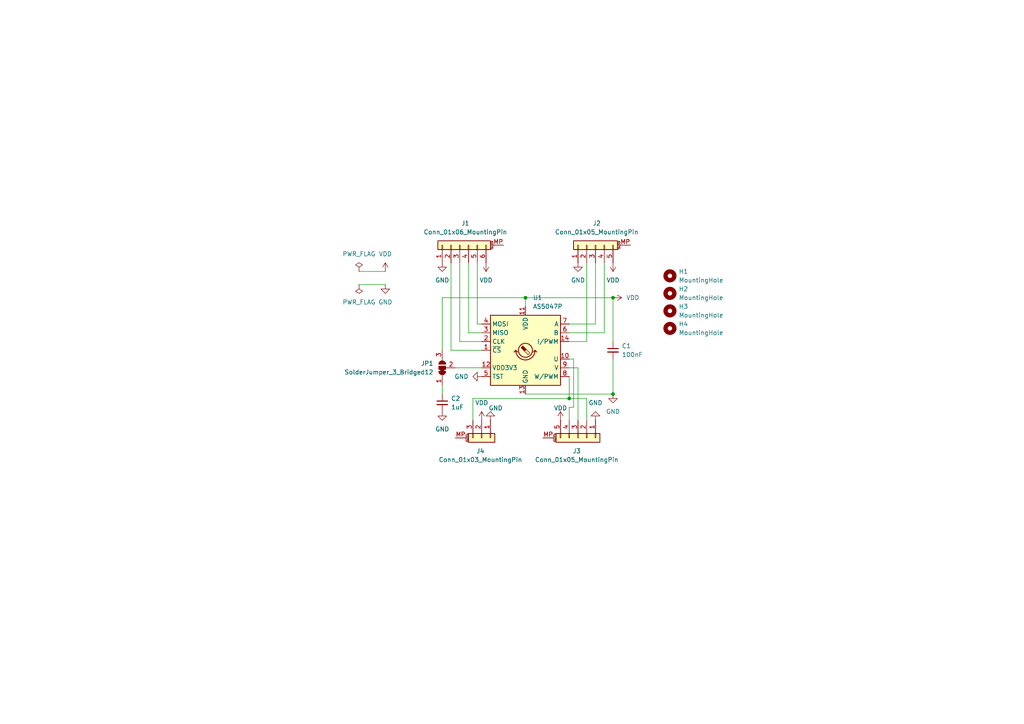
<source format=kicad_sch>
(kicad_sch (version 20250114) (generator "eeschema") (generator_version "9.0")
  (paper "A4")
  (title_block (title "AS5047P Breakout Board") (date "2025-07-16") (rev "0.1"))
  (lib_symbols
    (symbol "Connector_Generic_MountingPin:Conn_01x03_MountingPin" (pin_names (offset 1.016) (hide yes))
      (property "Reference" "J" (at 0 5.08 0))
      (property "Value" "Conn_01x03_MountingPin" (at 1.27 -5.08 0))
      (symbol "Conn_01x03_MountingPin_1_1"
        (rectangle (start -1.27 3.81) (end 1.27 -3.81) (stroke (width 0.254)) (fill (type background)))
        (rectangle (start -1.27 2.667) (end 0 2.413) (stroke (width 0.1524)))
        (rectangle (start -1.27 0.127) (end 0 -0.127) (stroke (width 0.1524)))
        (rectangle (start -1.27 -2.413) (end 0 -2.667) (stroke (width 0.1524)))
        (polyline (pts (xy -1.016 -4.572) (xy 1.016 -4.572)) (stroke (width 0.1524)))
        (text "Mounting" (at 0 -4.191 0) (effects (font (size 0.381 0.381))))
        (pin passive line (at -5.08 2.54 0) (length 3.81) (name "Pin_1") (number "1"))
        (pin passive line (at -5.08 0 0) (length 3.81) (name "Pin_2") (number "2"))
        (pin passive line (at -5.08 -2.54 0) (length 3.81) (name "Pin_3") (number "3"))
        (pin passive line (at 0 -7.62 90) (length 3.048) (name "MountPin") (number "MP"))
      )
    )
    (symbol "Connector_Generic_MountingPin:Conn_01x05_MountingPin" (pin_names (offset 1.016) (hide yes))
      (property "Reference" "J" (at 0 7.62 0))
      (property "Value" "Conn_01x05_MountingPin" (at 1.27 -7.62 0))
      (symbol "Conn_01x05_MountingPin_1_1"
        (rectangle (start -1.27 6.35) (end 1.27 -6.35) (stroke (width 0.254)) (fill (type background)))
        (rectangle (start -1.27 5.207) (end 0 4.953) (stroke (width 0.1524)))
        (rectangle (start -1.27 2.667) (end 0 2.413) (stroke (width 0.1524)))
        (rectangle (start -1.27 0.127) (end 0 -0.127) (stroke (width 0.1524)))
        (rectangle (start -1.27 -2.413) (end 0 -2.667) (stroke (width 0.1524)))
        (rectangle (start -1.27 -4.953) (end 0 -5.207) (stroke (width 0.1524)))
        (polyline (pts (xy -1.016 -7.112) (xy 1.016 -7.112)) (stroke (width 0.1524)))
        (text "Mounting" (at 0 -6.731 0) (effects (font (size 0.381 0.381))))
        (pin passive line (at -5.08 5.08 0) (length 3.81) (name "Pin_1") (number "1"))
        (pin passive line (at -5.08 2.54 0) (length 3.81) (name "Pin_2") (number "2"))
        (pin passive line (at -5.08 0 0) (length 3.81) (name "Pin_3") (number "3"))
        (pin passive line (at -5.08 -2.54 0) (length 3.81) (name "Pin_4") (number "4"))
        (pin passive line (at -5.08 -5.08 0) (length 3.81) (name "Pin_5") (number "5"))
        (pin passive line (at 0 -10.16 90) (length 3.048) (name "MountPin") (number "MP"))
      )
    )
    (symbol "Connector_Generic_MountingPin:Conn_01x06_MountingPin" (pin_names (offset 1.016) (hide yes))
      (property "Reference" "J" (at 0 7.62 0))
      (property "Value" "Conn_01x06_MountingPin" (at 1.27 -10.16 0))
      (symbol "Conn_01x06_MountingPin_1_1"
        (rectangle (start -1.27 6.35) (end 1.27 -8.89) (stroke (width 0.254)) (fill (type background)))
        (rectangle (start -1.27 5.207) (end 0 4.953) (stroke (width 0.1524)))
        (rectangle (start -1.27 2.667) (end 0 2.413) (stroke (width 0.1524)))
        (rectangle (start -1.27 0.127) (end 0 -0.127) (stroke (width 0.1524)))
        (rectangle (start -1.27 -2.413) (end 0 -2.667) (stroke (width 0.1524)))
        (rectangle (start -1.27 -4.953) (end 0 -5.207) (stroke (width 0.1524)))
        (rectangle (start -1.27 -7.493) (end 0 -7.747) (stroke (width 0.1524)))
        (polyline (pts (xy -1.016 -9.652) (xy 1.016 -9.652)) (stroke (width 0.1524)))
        (text "Mounting" (at 0 -9.271 0) (effects (font (size 0.381 0.381))))
        (pin passive line (at -5.08 5.08 0) (length 3.81) (name "Pin_1") (number "1"))
        (pin passive line (at -5.08 2.54 0) (length 3.81) (name "Pin_2") (number "2"))
        (pin passive line (at -5.08 0 0) (length 3.81) (name "Pin_3") (number "3"))
        (pin passive line (at -5.08 -2.54 0) (length 3.81) (name "Pin_4") (number "4"))
        (pin passive line (at -5.08 -5.08 0) (length 3.81) (name "Pin_5") (number "5"))
        (pin passive line (at -5.08 -7.62 0) (length 3.81) (name "Pin_6") (number "6"))
        (pin passive line (at 0 -12.7 90) (length 3.048) (name "MountPin") (number "MP"))
      )
    )
    (symbol "Device:C_Small" (pin_numbers (hide yes)) (pin_names (offset 0.254) (hide yes))
      (property "Reference" "C" (at 0.254 1.778 0))
      (property "Value" "C_Small" (at 0.254 -2.032 0))
      (symbol "C_Small_0_1"
        (polyline (pts (xy -1.524 0.508) (xy 1.524 0.508)) (stroke (width 0.3048)))
        (polyline (pts (xy -1.524 -0.508) (xy 1.524 -0.508)) (stroke (width 0.3302)))
      )
      (symbol "C_Small_1_1"
        (pin passive line (at 0 2.54 270) (length 2.032) (name "~") (number "1"))
        (pin passive line (at 0 -2.54 90) (length 2.032) (name "~") (number "2"))
      )
    )
    (symbol "Jumper:SolderJumper_3_Bridged12" (pin_names (offset 0) (hide yes)) (in_bom no)
      (property "Reference" "JP" (at -2.54 -2.54 0))
      (property "Value" "SolderJumper_3_Bridged12" (at 0 2.794 0))
      (symbol "SolderJumper_3_Bridged12_0_1"
        (polyline (pts (xy -2.54 0) (xy -2.032 0)))
        (polyline (pts (xy -1.016 1.016) (xy -1.016 -1.016)))
        (rectangle (start -1.016 0.508) (end -0.508 -0.508) (fill (type outline)))
        (arc (start -1.016 -1.016) (mid -2.0276 0) (end -1.016 1.016))
        (arc (start -1.016 -1.016) (mid -2.0276 0) (end -1.016 1.016) (fill (type outline)))
        (rectangle (start -0.508 1.016) (end 0.508 -1.016) (fill (type outline)))
        (polyline (pts (xy 0 -1.27) (xy 0 -1.016)))
        (arc (start 1.016 1.016) (mid 2.0276 0) (end 1.016 -1.016))
        (arc (start 1.016 1.016) (mid 2.0276 0) (end 1.016 -1.016) (fill (type outline)))
        (polyline (pts (xy 1.016 1.016) (xy 1.016 -1.016)))
        (polyline (pts (xy 2.54 0) (xy 2.032 0)))
      )
      (symbol "SolderJumper_3_Bridged12_1_1"
        (pin passive line (at -5.08 0 0) (length 2.54) (name "A") (number "1"))
        (pin passive line (at 0 -3.81 90) (length 2.54) (name "C") (number "2"))
        (pin passive line (at 5.08 0 180) (length 2.54) (name "B") (number "3"))
      )
    )
    (symbol "Mechanical:MountingHole" (pin_names (offset 1.016)) (in_bom no)
      (property "Reference" "H" (at 0 5.08 0))
      (property "Value" "MountingHole" (at 0 3.175 0))
      (symbol "MountingHole_0_1"
        (circle (center 0 0) (radius 1.27) (stroke (width 1.27)))
      )
    )
    (symbol "Sensor_Magnetic:AS5047D"
      (property "Reference" "U" (at -8.89 11.43 0))
      (property "Value" "AS5047D" (at 5.08 11.43 0))
      (symbol "AS5047D_1_1"
        (rectangle (start -10.16 10.16) (end 10.16 -10.16) (stroke (width 0.254)) (fill (type background)))
        (polyline (pts (xy -2.794 0) (xy -3.302 -0.508)) (stroke (width 0.254)))
        (polyline (pts (xy -2.794 0) (xy -2.286 -0.508)) (stroke (width 0.254)))
        (polyline (pts (xy -0.762 1.27) (xy 0.254 0.254) (xy -0.254 -0.254) (xy -1.27 0.762) (xy -1.016 1.016) (xy -0.762 1.27) (xy -0.635 1.143)) (fill (type outline)))
        (arc (start 2.794 0) (mid 0 -2.7819) (end -2.794 0) (stroke (width 0.254)))
        (circle (center 0 0) (radius 2.032) (stroke (width 0.254)))
        (polyline (pts (xy 0.254 0.254) (xy 1.27 -0.762) (xy 0.762 -1.27) (xy -0.254 -0.254)))
        (polyline (pts (xy 2.794 0) (xy 2.286 -0.508)) (stroke (width 0.254)))
        (polyline (pts (xy 2.794 0) (xy 3.302 -0.508)) (stroke (width 0.254)))
        (pin input line (at -12.7 7.62 0) (length 2.54) (name "MOSI") (number "4"))
        (pin output line (at -12.7 5.08 0) (length 2.54) (name "MISO") (number "3"))
        (pin input line (at -12.7 2.54 0) (length 2.54) (name "CLK") (number "2"))
        (pin input line (at -12.7 0 0) (length 2.54) (name "~{CS}") (number "1"))
        (pin power_out line (at -12.7 -5.08 0) (length 2.54) (name "VDD3V3") (number "12"))
        (pin input line (at -12.7 -7.62 0) (length 2.54) (name "TST") (number "5"))
        (pin power_in line (at 0 12.7 270) (length 2.54) (name "VDD") (number "11"))
        (pin power_in line (at 0 -12.7 90) (length 2.54) (name "GND") (number "13"))
        (pin output line (at 12.7 7.62 180) (length 2.54) (name "A") (number "7"))
        (pin output line (at 12.7 5.08 180) (length 2.54) (name "B") (number "6"))
        (pin output line (at 12.7 2.54 180) (length 2.54) (name "I/PWM") (number "14"))
        (pin output line (at 12.7 -2.54 180) (length 2.54) (name "U") (number "10"))
        (pin output line (at 12.7 -5.08 180) (length 2.54) (name "V") (number "9"))
        (pin output line (at 12.7 -7.62 180) (length 2.54) (name "W/PWM") (number "8"))
      )
    )
    (symbol "power:GND" (power) (pin_numbers (hide yes)) (pin_names (offset 0) (hide yes))
      (property "Value" "GND" (at 0 -3.81 0))
      (symbol "GND_0_1"
        (polyline (pts (xy 0 0) (xy 0 -1.27) (xy 1.27 -1.27) (xy 0 -2.54) (xy -1.27 -1.27) (xy 0 -1.27)))
      )
      (symbol "GND_1_1"
        (pin power_in line (at 0 0 270) (length 0) (name "~") (number "1"))
      )
    )
    (symbol "power:PWR_FLAG" (power) (pin_numbers (hide yes)) (pin_names (offset 0) (hide yes))
      (property "Value" "PWR_FLAG" (at 0 3.81 0))
      (symbol "PWR_FLAG_0_0"
        (pin power_out line (at 0 0 90) (length 0) (name "~") (number "1"))
      )
      (symbol "PWR_FLAG_0_1"
        (polyline (pts (xy 0 0) (xy 0 1.27) (xy -1.016 1.905) (xy 0 2.54) (xy 1.016 1.905) (xy 0 1.27)))
      )
    )
    (symbol "power:VDD" (power) (pin_numbers (hide yes)) (pin_names (offset 0) (hide yes))
      (property "Value" "VDD" (at 0 3.556 0))
      (symbol "VDD_0_1"
        (polyline (pts (xy -0.762 1.27) (xy 0 2.54)))
        (polyline (pts (xy 0 2.54) (xy 0.762 1.27)))
        (polyline (pts (xy 0 0) (xy 0 2.54)))
      )
      (symbol "VDD_1_1"
        (pin power_in line (at 0 0 90) (length 0) (name "~") (number "1"))
      )
    )
  )
  (junction (at 165.1 115.57))
  (junction (at 177.8 86.36))
  (junction (at 177.8 114.3))
  (junction (at 152.4 86.36))
  (wire (pts (xy 170.18 76.2) (xy 170.18 99.06)))
  (wire (pts (xy 167.64 121.92) (xy 167.64 106.68)))
  (wire (pts (xy 104.14 82.55) (xy 111.76 82.55)))
  (wire (pts (xy 170.18 99.06) (xy 165.1 99.06)))
  (wire (pts (xy 165.1 121.92) (xy 165.1 118.11)))
  (wire (pts (xy 175.26 96.52) (xy 165.1 96.52)))
  (wire (pts (xy 152.4 86.36) (xy 177.8 86.36)))
  (wire (pts (xy 165.1 115.57) (xy 170.18 115.57)))
  (wire (pts (xy 167.64 106.68) (xy 165.1 106.68)))
  (wire (pts (xy 152.4 114.3) (xy 177.8 114.3)))
  (wire (pts (xy 128.27 86.36) (xy 152.4 86.36)))
  (wire (pts (xy 137.16 115.57) (xy 137.16 121.92)))
  (wire (pts (xy 152.4 86.36) (xy 152.4 88.9)))
  (wire (pts (xy 128.27 86.36) (xy 128.27 101.6)))
  (wire (pts (xy 133.35 99.06) (xy 139.7 99.06)))
  (wire (pts (xy 166.37 118.11) (xy 166.37 104.14)))
  (wire (pts (xy 133.35 76.2) (xy 133.35 99.06)))
  (wire (pts (xy 135.89 76.2) (xy 135.89 96.52)))
  (wire (pts (xy 170.18 121.92) (xy 170.18 115.57)))
  (wire (pts (xy 172.72 93.98) (xy 165.1 93.98)))
  (wire (pts (xy 138.43 93.98) (xy 139.7 93.98)))
  (wire (pts (xy 172.72 76.2) (xy 172.72 93.98)))
  (wire (pts (xy 177.8 114.3) (xy 177.8 104.14)))
  (wire (pts (xy 130.81 101.6) (xy 139.7 101.6)))
  (wire (pts (xy 137.16 115.57) (xy 165.1 115.57)))
  (wire (pts (xy 135.89 96.52) (xy 139.7 96.52)))
  (wire (pts (xy 166.37 104.14) (xy 165.1 104.14)))
  (wire (pts (xy 177.8 86.36) (xy 177.8 99.06)))
  (wire (pts (xy 104.14 78.74) (xy 111.76 78.74)))
  (wire (pts (xy 128.27 111.76) (xy 128.27 114.3)))
  (wire (pts (xy 165.1 118.11) (xy 166.37 118.11)))
  (wire (pts (xy 130.81 101.6) (xy 130.81 76.2)))
  (wire (pts (xy 175.26 76.2) (xy 175.26 96.52)))
  (wire (pts (xy 138.43 76.2) (xy 138.43 93.98)))
  (wire (pts (xy 165.1 109.22) (xy 165.1 115.57)))
  (wire (pts (xy 132.08 106.68) (xy 139.7 106.68)))
  (symbol (lib_id "Mechanical:MountingHole") (at 194.31 85.09 0) (unit 1) (in_bom no)
    (property "Reference" "H2" (at 196.85 83.8199 0) (effects (justify left)))
    (property "Value" "MountingHole" (at 196.85 86.3599 0) (effects (justify left)))
    (property "Footprint" "MountingHole:MountingHole_3.2mm_M3" (effects (hide yes)))
    (property "Description" "Mounting Hole without connection" (effects (hide yes)))
  )
  (symbol (lib_id "Connector_Generic_MountingPin:Conn_01x05_MountingPin") (at 167.64 127 270) (unit 1)
    (property "Reference" "J3" (at 167.2844 130.81 90))
    (property "Value" "Conn_01x05_MountingPin" (at 167.2844 133.35 90))
    (property "Footprint" "Connector_JST:JST_GH_SM05B-GHS-TB_1x05-1MP_P1.25mm_Horizontal" (effects (hide yes)))
    (property "Description" "Generic connectable mounting pin connector, single row, 01x05, script generated (kicad-library-utils/schlib/autogen/connector/)" (effects (hide yes)))
  )
  (symbol (lib_id "power:GND") (at 111.76 82.55 0) (unit 1)
    (property "Reference" "#PWR014" (effects (hide yes)))
    (property "Value" "GND" (at 111.76 87.63 0))
    (property "Description" "Power symbol creates a global label with name \"GND\" , ground" (effects (hide yes)))
  )
  (symbol (lib_id "power:PWR_FLAG") (at 104.14 82.55 180) (unit 1)
    (property "Reference" "#FLG02" (effects (hide yes)))
    (property "Value" "PWR_FLAG" (at 104.14 87.63 0))
    (property "Description" "Special symbol for telling ERC where power comes from" (effects (hide yes)))
  )
  (symbol (lib_id "power:GND") (at 142.24 121.92 180) (unit 1)
    (property "Reference" "#PWR011" (effects (hide yes)))
    (property "Value" "GND" (at 143.764 118.364 0))
    (property "Description" "Power symbol creates a global label with name \"GND\" , ground" (effects (hide yes)))
  )
  (symbol (lib_id "Jumper:SolderJumper_3_Bridged12") (at 128.27 106.68 90) (unit 1) (in_bom no)
    (property "Reference" "JP1" (at 125.73 105.4099 90) (effects (justify left)))
    (property "Value" "SolderJumper_3_Bridged12" (at 125.73 107.9499 90) (effects (justify left)))
    (property "Footprint" "Jumper:SolderJumper-3_P1.3mm_Open_RoundedPad1.0x1.5mm" (effects (hide yes)))
    (property "Description" "3-pole Solder Jumper, pins 1+2 closed/bridged" (effects (hide yes)))
  )
  (symbol (lib_id "Sensor_Magnetic:AS5047D") (at 152.4 101.6 0) (unit 1)
    (property "Reference" "U1" (at 154.5433 86.36 0) (effects (justify left)))
    (property "Value" "AS5047P" (at 154.5433 88.9 0) (effects (justify left)))
    (property "Footprint" "Package_SO:TSSOP-14_4.4x5mm_P0.65mm" (effects (hide yes)))
    (property "Datasheet" "https://ams.com/documents/20143/36005/AS5047D_DS000394_2-00.pdf" (effects (hide yes)))
    (property "Description" "On-Axis Magnetic Position Sensor, 14-bit, PWM Output, ABI Output, UVW Output, SPI Interface, TSSOP-14" (effects (hide yes)))
  )
  (symbol (lib_id "Device:C_Small") (at 177.8 101.6 0) (unit 1)
    (property "Reference" "C1" (at 180.34 100.3362 0) (effects (justify left)))
    (property "Value" "100nF" (at 180.34 102.8762 0) (effects (justify left)))
    (property "Footprint" "Capacitor_SMD:C_0603_1608Metric" (effects (hide yes)))
    (property "Description" "Unpolarized capacitor, small symbol" (effects (hide yes)))
  )
  (symbol (lib_id "Connector_Generic_MountingPin:Conn_01x06_MountingPin") (at 133.35 71.12 90) (unit 1)
    (property "Reference" "J1" (at 134.9756 64.77 90))
    (property "Value" "Conn_01x06_MountingPin" (at 134.9756 67.31 90))
    (property "Footprint" "Connector_JST:JST_GH_SM06B-GHS-TB_1x06-1MP_P1.25mm_Horizontal" (effects (hide yes)))
    (property "Description" "Generic connectable mounting pin connector, single row, 01x06, script generated (kicad-library-utils/schlib/autogen/connector/)" (effects (hide yes)))
  )
  (symbol (lib_id "power:GND") (at 172.72 121.92 180) (unit 1)
    (property "Reference" "#PWR06" (effects (hide yes)))
    (property "Value" "GND" (at 172.72 116.84 0))
    (property "Description" "Power symbol creates a global label with name \"GND\" , ground" (effects (hide yes)))
  )
  (symbol (lib_id "power:VDD") (at 177.8 76.2 180) (unit 1)
    (property "Reference" "#PWR08" (effects (hide yes)))
    (property "Value" "VDD" (at 177.8 81.28 0))
    (property "Description" "Power symbol creates a global label with name \"VDD\"" (effects (hide yes)))
  )
  (symbol (lib_id "power:VDD") (at 139.7 121.92 0) (unit 1)
    (property "Reference" "#PWR012" (effects (hide yes)))
    (property "Value" "VDD" (at 139.7 116.84 0))
    (property "Description" "Power symbol creates a global label with name \"VDD\"" (effects (hide yes)))
  )
  (symbol (lib_id "Mechanical:MountingHole") (at 194.31 95.25 0) (unit 1) (in_bom no)
    (property "Reference" "H4" (at 196.85 93.9799 0) (effects (justify left)))
    (property "Value" "MountingHole" (at 196.85 96.5199 0) (effects (justify left)))
    (property "Footprint" "MountingHole:MountingHole_3.2mm_M3" (effects (hide yes)))
    (property "Description" "Mounting Hole without connection" (effects (hide yes)))
  )
  (symbol (lib_id "Device:C_Small") (at 128.27 116.84 0) (unit 1)
    (property "Reference" "C2" (at 130.81 115.5762 0) (effects (justify left)))
    (property "Value" "1uF" (at 130.81 118.1162 0) (effects (justify left)))
    (property "Footprint" "Capacitor_SMD:C_0603_1608Metric" (effects (hide yes)))
    (property "Description" "Unpolarized capacitor, small symbol" (effects (hide yes)))
  )
  (symbol (lib_id "power:GND") (at 139.7 109.22 270) (unit 1)
    (property "Reference" "#PWR05" (effects (hide yes)))
    (property "Value" "GND" (at 135.89 109.2199 90) (effects (justify right)))
    (property "Description" "Power symbol creates a global label with name \"GND\" , ground" (effects (hide yes)))
  )
  (symbol (lib_id "power:VDD") (at 111.76 78.74 0) (unit 1)
    (property "Reference" "#PWR013" (effects (hide yes)))
    (property "Value" "VDD" (at 111.76 73.66 0))
    (property "Description" "Power symbol creates a global label with name \"VDD\"" (effects (hide yes)))
  )
  (symbol (lib_id "power:GND") (at 128.27 76.2 0) (unit 1)
    (property "Reference" "#PWR02" (effects (hide yes)))
    (property "Value" "GND" (at 128.27 81.28 0))
    (property "Description" "Power symbol creates a global label with name \"GND\" , ground" (effects (hide yes)))
  )
  (symbol (lib_id "power:VDD") (at 162.56 121.92 0) (unit 1)
    (property "Reference" "#PWR09" (effects (hide yes)))
    (property "Value" "VDD" (at 162.56 118.364 0))
    (property "Description" "Power symbol creates a global label with name \"VDD\"" (effects (hide yes)))
  )
  (symbol (lib_id "Connector_Generic_MountingPin:Conn_01x03_MountingPin") (at 139.7 127 270) (unit 1)
    (property "Reference" "J4" (at 139.3444 130.81 90))
    (property "Value" "Conn_01x03_MountingPin" (at 139.3444 133.35 90))
    (property "Footprint" "Connector_JST:JST_GH_SM03B-GHS-TB_1x03-1MP_P1.25mm_Horizontal" (effects (hide yes)))
    (property "Description" "Generic connectable mounting pin connector, single row, 01x03, script generated (kicad-library-utils/schlib/autogen/connector/)" (effects (hide yes)))
  )
  (symbol (lib_id "power:GND") (at 167.64 76.2 0) (unit 1)
    (property "Reference" "#PWR04" (effects (hide yes)))
    (property "Value" "GND" (at 167.64 81.28 0))
    (property "Description" "Power symbol creates a global label with name \"GND\" , ground" (effects (hide yes)))
  )
  (symbol (lib_id "power:GND") (at 128.27 119.38 0) (unit 1)
    (property "Reference" "#PWR03" (effects (hide yes)))
    (property "Value" "GND" (at 128.27 124.46 0))
    (property "Description" "Power symbol creates a global label with name \"GND\" , ground" (effects (hide yes)))
  )
  (symbol (lib_id "power:PWR_FLAG") (at 104.14 78.74 0) (unit 1)
    (property "Reference" "#FLG01" (effects (hide yes)))
    (property "Value" "PWR_FLAG" (at 104.14 73.66 0))
    (property "Description" "Special symbol for telling ERC where power comes from" (effects (hide yes)))
  )
  (symbol (lib_id "Mechanical:MountingHole") (at 194.31 90.17 0) (unit 1) (in_bom no)
    (property "Reference" "H3" (at 196.85 88.8999 0) (effects (justify left)))
    (property "Value" "MountingHole" (at 196.85 91.4399 0) (effects (justify left)))
    (property "Footprint" "MountingHole:MountingHole_3.2mm_M3" (effects (hide yes)))
    (property "Description" "Mounting Hole without connection" (effects (hide yes)))
  )
  (symbol (lib_id "power:VDD") (at 140.97 76.2 180) (unit 1)
    (property "Reference" "#PWR07" (effects (hide yes)))
    (property "Value" "VDD" (at 140.97 81.28 0))
    (property "Description" "Power symbol creates a global label with name \"VDD\"" (effects (hide yes)))
  )
  (symbol (lib_id "power:VDD") (at 177.8 86.36 270) (unit 1)
    (property "Reference" "#PWR010" (effects (hide yes)))
    (property "Value" "VDD" (at 181.61 86.3599 90) (effects (justify left)))
    (property "Description" "Power symbol creates a global label with name \"VDD\"" (effects (hide yes)))
  )
  (symbol (lib_id "Mechanical:MountingHole") (at 194.31 80.01 0) (unit 1) (in_bom no)
    (property "Reference" "H1" (at 196.85 78.7399 0) (effects (justify left)))
    (property "Value" "MountingHole" (at 196.85 81.2799 0) (effects (justify left)))
    (property "Footprint" "MountingHole:MountingHole_3.2mm_M3" (effects (hide yes)))
    (property "Description" "Mounting Hole without connection" (effects (hide yes)))
  )
  (symbol (lib_id "Connector_Generic_MountingPin:Conn_01x05_MountingPin") (at 172.72 71.12 90) (unit 1)
    (property "Reference" "J2" (at 173.0756 64.77 90))
    (property "Value" "Conn_01x05_MountingPin" (at 173.0756 67.31 90))
    (property "Footprint" "Connector_JST:JST_GH_SM05B-GHS-TB_1x05-1MP_P1.25mm_Horizontal" (effects (hide yes)))
    (property "Description" "Generic connectable mounting pin connector, single row, 01x05, script generated (kicad-library-utils/schlib/autogen/connector/)" (effects (hide yes)))
  )
  (symbol (lib_id "power:GND") (at 177.8 114.3 0) (unit 1)
    (property "Reference" "#PWR01" (effects (hide yes)))
    (property "Value" "GND" (at 177.8 119.38 0))
    (property "Description" "Power symbol creates a global label with name \"GND\" , ground" (effects (hide yes)))
  )
)
</source>
